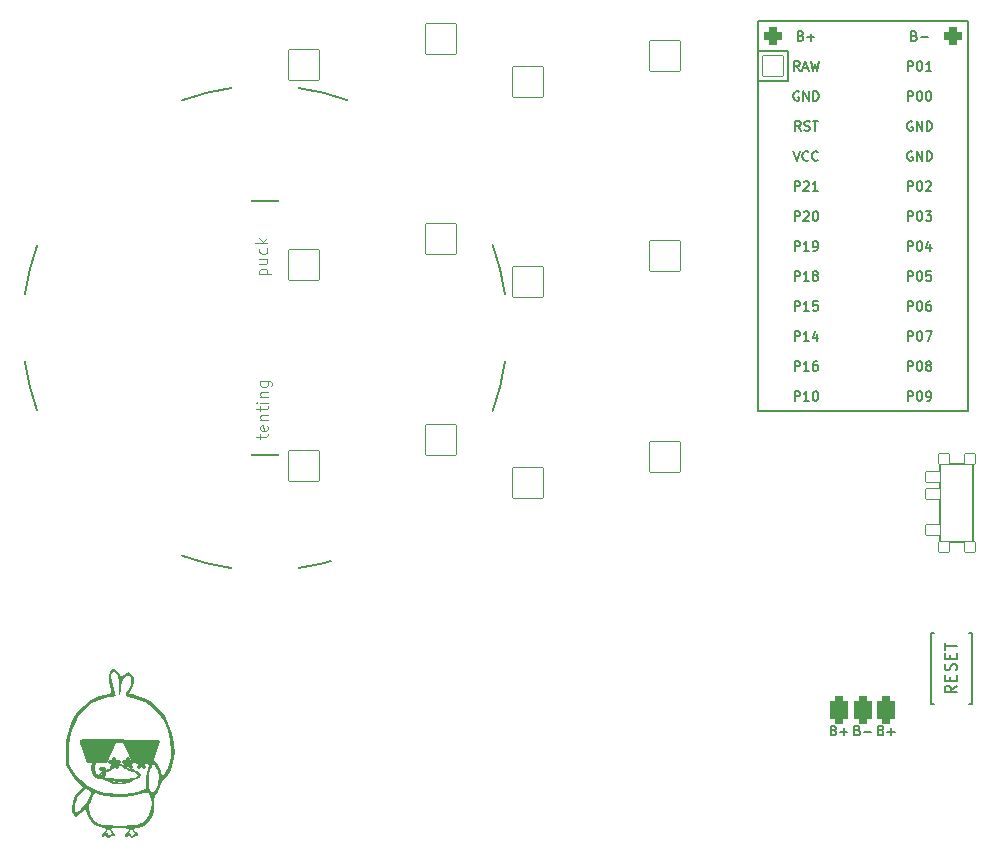
<source format=gto>
%TF.GenerationSoftware,KiCad,Pcbnew,(6.0.4-0)*%
%TF.CreationDate,2022-04-27T13:57:14+02:00*%
%TF.ProjectId,duck,6475636b-2e6b-4696-9361-645f70636258,v1.0.0*%
%TF.SameCoordinates,Original*%
%TF.FileFunction,Legend,Top*%
%TF.FilePolarity,Positive*%
%FSLAX46Y46*%
G04 Gerber Fmt 4.6, Leading zero omitted, Abs format (unit mm)*
G04 Created by KiCad (PCBNEW (6.0.4-0)) date 2022-04-27 13:57:14*
%MOMM*%
%LPD*%
G01*
G04 APERTURE LIST*
G04 Aperture macros list*
%AMRoundRect*
0 Rectangle with rounded corners*
0 $1 Rounding radius*
0 $2 $3 $4 $5 $6 $7 $8 $9 X,Y pos of 4 corners*
0 Add a 4 corners polygon primitive as box body*
4,1,4,$2,$3,$4,$5,$6,$7,$8,$9,$2,$3,0*
0 Add four circle primitives for the rounded corners*
1,1,$1+$1,$2,$3*
1,1,$1+$1,$4,$5*
1,1,$1+$1,$6,$7*
1,1,$1+$1,$8,$9*
0 Add four rect primitives between the rounded corners*
20,1,$1+$1,$2,$3,$4,$5,0*
20,1,$1+$1,$4,$5,$6,$7,0*
20,1,$1+$1,$6,$7,$8,$9,0*
20,1,$1+$1,$8,$9,$2,$3,0*%
G04 Aperture macros list end*
%ADD10C,0.300000*%
%ADD11C,0.150000*%
%ADD12C,0.100000*%
%ADD13C,0.200000*%
%ADD14RoundRect,0.375000X-0.375000X-0.750000X0.375000X-0.750000X0.375000X0.750000X-0.375000X0.750000X0*%
%ADD15C,2.000000*%
%ADD16R,1.752600X1.752600*%
%ADD17C,1.752600*%
%ADD18RoundRect,0.375000X-0.375000X-0.375000X0.375000X-0.375000X0.375000X0.375000X-0.375000X0.375000X0*%
%ADD19RoundRect,0.050000X-0.450000X0.450000X-0.450000X-0.450000X0.450000X-0.450000X0.450000X0.450000X0*%
%ADD20RoundRect,0.050000X-0.625000X0.450000X-0.625000X-0.450000X0.625000X-0.450000X0.625000X0.450000X0*%
%ADD21RoundRect,0.425000X-0.375000X-0.750000X0.375000X-0.750000X0.375000X0.750000X-0.375000X0.750000X0*%
%ADD22C,2.100000*%
%ADD23C,3.100000*%
%ADD24C,1.801800*%
%ADD25C,3.529000*%
%ADD26RoundRect,0.050000X-1.054507X-1.505993X1.505993X-1.054507X1.054507X1.505993X-1.505993X1.054507X0*%
%ADD27C,2.132000*%
%ADD28RoundRect,0.050000X-1.181751X-1.408356X1.408356X-1.181751X1.181751X1.408356X-1.408356X1.181751X0*%
%ADD29RoundRect,0.050000X-1.300000X-1.300000X1.300000X-1.300000X1.300000X1.300000X-1.300000X1.300000X0*%
%ADD30RoundRect,0.050000X-1.775833X-0.475833X0.475833X-1.775833X1.775833X0.475833X-0.475833X1.775833X0*%
%ADD31C,1.100000*%
%ADD32RoundRect,0.050000X-0.863113X-1.623279X1.623279X-0.863113X0.863113X1.623279X-1.623279X0.863113X0*%
%ADD33RoundRect,0.050000X-1.592168X-0.919239X0.919239X-1.592168X1.592168X0.919239X-0.919239X1.592168X0*%
%ADD34RoundRect,0.050000X-0.876300X0.876300X-0.876300X-0.876300X0.876300X-0.876300X0.876300X0.876300X0*%
%ADD35C,1.852600*%
%ADD36RoundRect,0.425000X-0.375000X-0.375000X0.375000X-0.375000X0.375000X0.375000X-0.375000X0.375000X0*%
%ADD37C,4.500000*%
G04 APERTURE END LIST*
D10*
%TO.C,G\u002A\u002A\u002A*%
X90097428Y51562000D02*
X89952285Y51634571D01*
X89734571Y51634571D01*
X89516857Y51562000D01*
X89371714Y51416857D01*
X89299142Y51271714D01*
X89226571Y50981428D01*
X89226571Y50763714D01*
X89299142Y50473428D01*
X89371714Y50328285D01*
X89516857Y50183142D01*
X89734571Y50110571D01*
X89879714Y50110571D01*
X90097428Y50183142D01*
X90170000Y50255714D01*
X90170000Y50763714D01*
X89879714Y50763714D01*
X91040857Y51634571D02*
X91040857Y51271714D01*
X90678000Y51416857D02*
X91040857Y51271714D01*
X91403714Y51416857D01*
X90823142Y50981428D02*
X91040857Y51271714D01*
X91258571Y50981428D01*
X92202000Y51634571D02*
X92202000Y51271714D01*
X91839142Y51416857D02*
X92202000Y51271714D01*
X92564857Y51416857D01*
X91984285Y50981428D02*
X92202000Y51271714D01*
X92419714Y50981428D01*
X93363142Y51634571D02*
X93363142Y51271714D01*
X93000285Y51416857D02*
X93363142Y51271714D01*
X93726000Y51416857D01*
X93145428Y50981428D02*
X93363142Y51271714D01*
X93580857Y50981428D01*
D11*
%TO.C,PAD1*%
X153972991Y54073625D02*
X154087277Y54035530D01*
X154125372Y53997435D01*
X154163467Y53921244D01*
X154163467Y53806959D01*
X154125372Y53730768D01*
X154087277Y53692673D01*
X154011087Y53654578D01*
X153706325Y53654578D01*
X153706325Y54454578D01*
X153972991Y54454578D01*
X154049182Y54416483D01*
X154087277Y54378387D01*
X154125372Y54302197D01*
X154125372Y54226006D01*
X154087277Y54149816D01*
X154049182Y54111721D01*
X153972991Y54073625D01*
X153706325Y54073625D01*
X154506325Y53959340D02*
X155115848Y53959340D01*
X151972991Y54073625D02*
X152087277Y54035530D01*
X152125372Y53997435D01*
X152163467Y53921244D01*
X152163467Y53806959D01*
X152125372Y53730768D01*
X152087277Y53692673D01*
X152011087Y53654578D01*
X151706325Y53654578D01*
X151706325Y54454578D01*
X151972991Y54454578D01*
X152049182Y54416483D01*
X152087277Y54378387D01*
X152125372Y54302197D01*
X152125372Y54226006D01*
X152087277Y54149816D01*
X152049182Y54111721D01*
X151972991Y54073625D01*
X151706325Y54073625D01*
X152506325Y53959340D02*
X153115848Y53959340D01*
X152811087Y53654578D02*
X152811087Y54264102D01*
X155972991Y54073625D02*
X156087277Y54035530D01*
X156125372Y53997435D01*
X156163467Y53921244D01*
X156163467Y53806959D01*
X156125372Y53730768D01*
X156087277Y53692673D01*
X156011087Y53654578D01*
X155706325Y53654578D01*
X155706325Y54454578D01*
X155972991Y54454578D01*
X156049182Y54416483D01*
X156087277Y54378387D01*
X156125372Y54302197D01*
X156125372Y54226006D01*
X156087277Y54149816D01*
X156049182Y54111721D01*
X155972991Y54073625D01*
X155706325Y54073625D01*
X156506325Y53959340D02*
X157115848Y53959340D01*
X156811087Y53654578D02*
X156811087Y54264102D01*
%TO.C,B1*%
X162363467Y57864102D02*
X161887277Y57530768D01*
X162363467Y57292673D02*
X161363467Y57292673D01*
X161363467Y57673625D01*
X161411087Y57768863D01*
X161458706Y57816483D01*
X161553944Y57864102D01*
X161696801Y57864102D01*
X161792039Y57816483D01*
X161839658Y57768863D01*
X161887277Y57673625D01*
X161887277Y57292673D01*
X161839658Y58292673D02*
X161839658Y58626006D01*
X162363467Y58768863D02*
X162363467Y58292673D01*
X161363467Y58292673D01*
X161363467Y58768863D01*
X162315848Y59149816D02*
X162363467Y59292673D01*
X162363467Y59530768D01*
X162315848Y59626006D01*
X162268229Y59673625D01*
X162172991Y59721244D01*
X162077753Y59721244D01*
X161982515Y59673625D01*
X161934896Y59626006D01*
X161887277Y59530768D01*
X161839658Y59340292D01*
X161792039Y59245054D01*
X161744420Y59197435D01*
X161649182Y59149816D01*
X161553944Y59149816D01*
X161458706Y59197435D01*
X161411087Y59245054D01*
X161363467Y59340292D01*
X161363467Y59578387D01*
X161411087Y59721244D01*
X161839658Y60149816D02*
X161839658Y60483149D01*
X162363467Y60626006D02*
X162363467Y60149816D01*
X161363467Y60149816D01*
X161363467Y60626006D01*
X161363467Y60911721D02*
X161363467Y61483149D01*
X162363467Y61197435D02*
X161363467Y61197435D01*
%TO.C,MCU1*%
X158239658Y84524578D02*
X158239658Y85324578D01*
X158544420Y85324578D01*
X158620610Y85286483D01*
X158658706Y85248387D01*
X158696801Y85172197D01*
X158696801Y85057911D01*
X158658706Y84981721D01*
X158620610Y84943625D01*
X158544420Y84905530D01*
X158239658Y84905530D01*
X159192039Y85324578D02*
X159268229Y85324578D01*
X159344420Y85286483D01*
X159382515Y85248387D01*
X159420610Y85172197D01*
X159458706Y85019816D01*
X159458706Y84829340D01*
X159420610Y84676959D01*
X159382515Y84600768D01*
X159344420Y84562673D01*
X159268229Y84524578D01*
X159192039Y84524578D01*
X159115848Y84562673D01*
X159077753Y84600768D01*
X159039658Y84676959D01*
X159001563Y84829340D01*
X159001563Y85019816D01*
X159039658Y85172197D01*
X159077753Y85248387D01*
X159115848Y85286483D01*
X159192039Y85324578D01*
X159915848Y84981721D02*
X159839658Y85019816D01*
X159801563Y85057911D01*
X159763467Y85134102D01*
X159763467Y85172197D01*
X159801563Y85248387D01*
X159839658Y85286483D01*
X159915848Y85324578D01*
X160068229Y85324578D01*
X160144420Y85286483D01*
X160182515Y85248387D01*
X160220610Y85172197D01*
X160220610Y85134102D01*
X160182515Y85057911D01*
X160144420Y85019816D01*
X160068229Y84981721D01*
X159915848Y84981721D01*
X159839658Y84943625D01*
X159801563Y84905530D01*
X159763467Y84829340D01*
X159763467Y84676959D01*
X159801563Y84600768D01*
X159839658Y84562673D01*
X159915848Y84524578D01*
X160068229Y84524578D01*
X160144420Y84562673D01*
X160182515Y84600768D01*
X160220610Y84676959D01*
X160220610Y84829340D01*
X160182515Y84905530D01*
X160144420Y84943625D01*
X160068229Y84981721D01*
X158239658Y109924578D02*
X158239658Y110724578D01*
X158544420Y110724578D01*
X158620610Y110686483D01*
X158658706Y110648387D01*
X158696801Y110572197D01*
X158696801Y110457911D01*
X158658706Y110381721D01*
X158620610Y110343625D01*
X158544420Y110305530D01*
X158239658Y110305530D01*
X159192039Y110724578D02*
X159268229Y110724578D01*
X159344420Y110686483D01*
X159382515Y110648387D01*
X159420610Y110572197D01*
X159458706Y110419816D01*
X159458706Y110229340D01*
X159420610Y110076959D01*
X159382515Y110000768D01*
X159344420Y109962673D01*
X159268229Y109924578D01*
X159192039Y109924578D01*
X159115848Y109962673D01*
X159077753Y110000768D01*
X159039658Y110076959D01*
X159001563Y110229340D01*
X159001563Y110419816D01*
X159039658Y110572197D01*
X159077753Y110648387D01*
X159115848Y110686483D01*
X159192039Y110724578D01*
X160220610Y109924578D02*
X159763467Y109924578D01*
X159992039Y109924578D02*
X159992039Y110724578D01*
X159915848Y110610292D01*
X159839658Y110534102D01*
X159763467Y110496006D01*
X148639658Y99764578D02*
X148639658Y100564578D01*
X148944420Y100564578D01*
X149020610Y100526483D01*
X149058706Y100488387D01*
X149096801Y100412197D01*
X149096801Y100297911D01*
X149058706Y100221721D01*
X149020610Y100183625D01*
X148944420Y100145530D01*
X148639658Y100145530D01*
X149401563Y100488387D02*
X149439658Y100526483D01*
X149515848Y100564578D01*
X149706325Y100564578D01*
X149782515Y100526483D01*
X149820610Y100488387D01*
X149858706Y100412197D01*
X149858706Y100336006D01*
X149820610Y100221721D01*
X149363467Y99764578D01*
X149858706Y99764578D01*
X150620610Y99764578D02*
X150163467Y99764578D01*
X150392039Y99764578D02*
X150392039Y100564578D01*
X150315848Y100450292D01*
X150239658Y100374102D01*
X150163467Y100336006D01*
X148639658Y87064578D02*
X148639658Y87864578D01*
X148944420Y87864578D01*
X149020610Y87826483D01*
X149058706Y87788387D01*
X149096801Y87712197D01*
X149096801Y87597911D01*
X149058706Y87521721D01*
X149020610Y87483625D01*
X148944420Y87445530D01*
X148639658Y87445530D01*
X149858706Y87064578D02*
X149401563Y87064578D01*
X149630134Y87064578D02*
X149630134Y87864578D01*
X149553944Y87750292D01*
X149477753Y87674102D01*
X149401563Y87636006D01*
X150544420Y87597911D02*
X150544420Y87064578D01*
X150353944Y87902673D02*
X150163467Y87331244D01*
X150658706Y87331244D01*
X149172991Y112883625D02*
X149287277Y112845530D01*
X149325372Y112807435D01*
X149363467Y112731244D01*
X149363467Y112616959D01*
X149325372Y112540768D01*
X149287277Y112502673D01*
X149211087Y112464578D01*
X148906325Y112464578D01*
X148906325Y113264578D01*
X149172991Y113264578D01*
X149249182Y113226483D01*
X149287277Y113188387D01*
X149325372Y113112197D01*
X149325372Y113036006D01*
X149287277Y112959816D01*
X149249182Y112921721D01*
X149172991Y112883625D01*
X148906325Y112883625D01*
X149706325Y112769340D02*
X150315848Y112769340D01*
X150011087Y112464578D02*
X150011087Y113074102D01*
X148639658Y97224578D02*
X148639658Y98024578D01*
X148944420Y98024578D01*
X149020610Y97986483D01*
X149058706Y97948387D01*
X149096801Y97872197D01*
X149096801Y97757911D01*
X149058706Y97681721D01*
X149020610Y97643625D01*
X148944420Y97605530D01*
X148639658Y97605530D01*
X149401563Y97948387D02*
X149439658Y97986483D01*
X149515848Y98024578D01*
X149706325Y98024578D01*
X149782515Y97986483D01*
X149820610Y97948387D01*
X149858706Y97872197D01*
X149858706Y97796006D01*
X149820610Y97681721D01*
X149363467Y97224578D01*
X149858706Y97224578D01*
X150353944Y98024578D02*
X150430134Y98024578D01*
X150506325Y97986483D01*
X150544420Y97948387D01*
X150582515Y97872197D01*
X150620610Y97719816D01*
X150620610Y97529340D01*
X150582515Y97376959D01*
X150544420Y97300768D01*
X150506325Y97262673D01*
X150430134Y97224578D01*
X150353944Y97224578D01*
X150277753Y97262673D01*
X150239658Y97300768D01*
X150201563Y97376959D01*
X150163467Y97529340D01*
X150163467Y97719816D01*
X150201563Y97872197D01*
X150239658Y97948387D01*
X150277753Y97986483D01*
X150353944Y98024578D01*
X158239658Y81984578D02*
X158239658Y82784578D01*
X158544420Y82784578D01*
X158620610Y82746483D01*
X158658706Y82708387D01*
X158696801Y82632197D01*
X158696801Y82517911D01*
X158658706Y82441721D01*
X158620610Y82403625D01*
X158544420Y82365530D01*
X158239658Y82365530D01*
X159192039Y82784578D02*
X159268229Y82784578D01*
X159344420Y82746483D01*
X159382515Y82708387D01*
X159420610Y82632197D01*
X159458706Y82479816D01*
X159458706Y82289340D01*
X159420610Y82136959D01*
X159382515Y82060768D01*
X159344420Y82022673D01*
X159268229Y81984578D01*
X159192039Y81984578D01*
X159115848Y82022673D01*
X159077753Y82060768D01*
X159039658Y82136959D01*
X159001563Y82289340D01*
X159001563Y82479816D01*
X159039658Y82632197D01*
X159077753Y82708387D01*
X159115848Y82746483D01*
X159192039Y82784578D01*
X159839658Y81984578D02*
X159992039Y81984578D01*
X160068229Y82022673D01*
X160106325Y82060768D01*
X160182515Y82175054D01*
X160220610Y82327435D01*
X160220610Y82632197D01*
X160182515Y82708387D01*
X160144420Y82746483D01*
X160068229Y82784578D01*
X159915848Y82784578D01*
X159839658Y82746483D01*
X159801563Y82708387D01*
X159763467Y82632197D01*
X159763467Y82441721D01*
X159801563Y82365530D01*
X159839658Y82327435D01*
X159915848Y82289340D01*
X160068229Y82289340D01*
X160144420Y82327435D01*
X160182515Y82365530D01*
X160220610Y82441721D01*
X148639658Y84524578D02*
X148639658Y85324578D01*
X148944420Y85324578D01*
X149020610Y85286483D01*
X149058706Y85248387D01*
X149096801Y85172197D01*
X149096801Y85057911D01*
X149058706Y84981721D01*
X149020610Y84943625D01*
X148944420Y84905530D01*
X148639658Y84905530D01*
X149858706Y84524578D02*
X149401563Y84524578D01*
X149630134Y84524578D02*
X149630134Y85324578D01*
X149553944Y85210292D01*
X149477753Y85134102D01*
X149401563Y85096006D01*
X150544420Y85324578D02*
X150392039Y85324578D01*
X150315848Y85286483D01*
X150277753Y85248387D01*
X150201563Y85134102D01*
X150163467Y84981721D01*
X150163467Y84676959D01*
X150201563Y84600768D01*
X150239658Y84562673D01*
X150315848Y84524578D01*
X150468229Y84524578D01*
X150544420Y84562673D01*
X150582515Y84600768D01*
X150620610Y84676959D01*
X150620610Y84867435D01*
X150582515Y84943625D01*
X150544420Y84981721D01*
X150468229Y85019816D01*
X150315848Y85019816D01*
X150239658Y84981721D01*
X150201563Y84943625D01*
X150163467Y84867435D01*
X149172991Y104844578D02*
X148906325Y105225530D01*
X148715848Y104844578D02*
X148715848Y105644578D01*
X149020610Y105644578D01*
X149096801Y105606483D01*
X149134896Y105568387D01*
X149172991Y105492197D01*
X149172991Y105377911D01*
X149134896Y105301721D01*
X149096801Y105263625D01*
X149020610Y105225530D01*
X148715848Y105225530D01*
X149477753Y104882673D02*
X149592039Y104844578D01*
X149782515Y104844578D01*
X149858706Y104882673D01*
X149896801Y104920768D01*
X149934896Y104996959D01*
X149934896Y105073149D01*
X149896801Y105149340D01*
X149858706Y105187435D01*
X149782515Y105225530D01*
X149630134Y105263625D01*
X149553944Y105301721D01*
X149515848Y105339816D01*
X149477753Y105416006D01*
X149477753Y105492197D01*
X149515848Y105568387D01*
X149553944Y105606483D01*
X149630134Y105644578D01*
X149820610Y105644578D01*
X149934896Y105606483D01*
X150163467Y105644578D02*
X150620610Y105644578D01*
X150392039Y104844578D02*
X150392039Y105644578D01*
X158239658Y99764578D02*
X158239658Y100564578D01*
X158544420Y100564578D01*
X158620610Y100526483D01*
X158658706Y100488387D01*
X158696801Y100412197D01*
X158696801Y100297911D01*
X158658706Y100221721D01*
X158620610Y100183625D01*
X158544420Y100145530D01*
X158239658Y100145530D01*
X159192039Y100564578D02*
X159268229Y100564578D01*
X159344420Y100526483D01*
X159382515Y100488387D01*
X159420610Y100412197D01*
X159458706Y100259816D01*
X159458706Y100069340D01*
X159420610Y99916959D01*
X159382515Y99840768D01*
X159344420Y99802673D01*
X159268229Y99764578D01*
X159192039Y99764578D01*
X159115848Y99802673D01*
X159077753Y99840768D01*
X159039658Y99916959D01*
X159001563Y100069340D01*
X159001563Y100259816D01*
X159039658Y100412197D01*
X159077753Y100488387D01*
X159115848Y100526483D01*
X159192039Y100564578D01*
X159763467Y100488387D02*
X159801563Y100526483D01*
X159877753Y100564578D01*
X160068229Y100564578D01*
X160144420Y100526483D01*
X160182515Y100488387D01*
X160220610Y100412197D01*
X160220610Y100336006D01*
X160182515Y100221721D01*
X159725372Y99764578D01*
X160220610Y99764578D01*
X148639658Y92144578D02*
X148639658Y92944578D01*
X148944420Y92944578D01*
X149020610Y92906483D01*
X149058706Y92868387D01*
X149096801Y92792197D01*
X149096801Y92677911D01*
X149058706Y92601721D01*
X149020610Y92563625D01*
X148944420Y92525530D01*
X148639658Y92525530D01*
X149858706Y92144578D02*
X149401563Y92144578D01*
X149630134Y92144578D02*
X149630134Y92944578D01*
X149553944Y92830292D01*
X149477753Y92754102D01*
X149401563Y92716006D01*
X150315848Y92601721D02*
X150239658Y92639816D01*
X150201563Y92677911D01*
X150163467Y92754102D01*
X150163467Y92792197D01*
X150201563Y92868387D01*
X150239658Y92906483D01*
X150315848Y92944578D01*
X150468229Y92944578D01*
X150544420Y92906483D01*
X150582515Y92868387D01*
X150620610Y92792197D01*
X150620610Y92754102D01*
X150582515Y92677911D01*
X150544420Y92639816D01*
X150468229Y92601721D01*
X150315848Y92601721D01*
X150239658Y92563625D01*
X150201563Y92525530D01*
X150163467Y92449340D01*
X150163467Y92296959D01*
X150201563Y92220768D01*
X150239658Y92182673D01*
X150315848Y92144578D01*
X150468229Y92144578D01*
X150544420Y92182673D01*
X150582515Y92220768D01*
X150620610Y92296959D01*
X150620610Y92449340D01*
X150582515Y92525530D01*
X150544420Y92563625D01*
X150468229Y92601721D01*
X148639658Y81984578D02*
X148639658Y82784578D01*
X148944420Y82784578D01*
X149020610Y82746483D01*
X149058706Y82708387D01*
X149096801Y82632197D01*
X149096801Y82517911D01*
X149058706Y82441721D01*
X149020610Y82403625D01*
X148944420Y82365530D01*
X148639658Y82365530D01*
X149858706Y81984578D02*
X149401563Y81984578D01*
X149630134Y81984578D02*
X149630134Y82784578D01*
X149553944Y82670292D01*
X149477753Y82594102D01*
X149401563Y82556006D01*
X150353944Y82784578D02*
X150430134Y82784578D01*
X150506325Y82746483D01*
X150544420Y82708387D01*
X150582515Y82632197D01*
X150620610Y82479816D01*
X150620610Y82289340D01*
X150582515Y82136959D01*
X150544420Y82060768D01*
X150506325Y82022673D01*
X150430134Y81984578D01*
X150353944Y81984578D01*
X150277753Y82022673D01*
X150239658Y82060768D01*
X150201563Y82136959D01*
X150163467Y82289340D01*
X150163467Y82479816D01*
X150201563Y82632197D01*
X150239658Y82708387D01*
X150277753Y82746483D01*
X150353944Y82784578D01*
X158601563Y103066483D02*
X158525372Y103104578D01*
X158411087Y103104578D01*
X158296801Y103066483D01*
X158220610Y102990292D01*
X158182515Y102914102D01*
X158144420Y102761721D01*
X158144420Y102647435D01*
X158182515Y102495054D01*
X158220610Y102418863D01*
X158296801Y102342673D01*
X158411087Y102304578D01*
X158487277Y102304578D01*
X158601563Y102342673D01*
X158639658Y102380768D01*
X158639658Y102647435D01*
X158487277Y102647435D01*
X158982515Y102304578D02*
X158982515Y103104578D01*
X159439658Y102304578D01*
X159439658Y103104578D01*
X159820610Y102304578D02*
X159820610Y103104578D01*
X160011087Y103104578D01*
X160125372Y103066483D01*
X160201563Y102990292D01*
X160239658Y102914102D01*
X160277753Y102761721D01*
X160277753Y102647435D01*
X160239658Y102495054D01*
X160201563Y102418863D01*
X160125372Y102342673D01*
X160011087Y102304578D01*
X159820610Y102304578D01*
X158239658Y107384578D02*
X158239658Y108184578D01*
X158544420Y108184578D01*
X158620610Y108146483D01*
X158658706Y108108387D01*
X158696801Y108032197D01*
X158696801Y107917911D01*
X158658706Y107841721D01*
X158620610Y107803625D01*
X158544420Y107765530D01*
X158239658Y107765530D01*
X159192039Y108184578D02*
X159268229Y108184578D01*
X159344420Y108146483D01*
X159382515Y108108387D01*
X159420610Y108032197D01*
X159458706Y107879816D01*
X159458706Y107689340D01*
X159420610Y107536959D01*
X159382515Y107460768D01*
X159344420Y107422673D01*
X159268229Y107384578D01*
X159192039Y107384578D01*
X159115848Y107422673D01*
X159077753Y107460768D01*
X159039658Y107536959D01*
X159001563Y107689340D01*
X159001563Y107879816D01*
X159039658Y108032197D01*
X159077753Y108108387D01*
X159115848Y108146483D01*
X159192039Y108184578D01*
X159953944Y108184578D02*
X160030134Y108184578D01*
X160106325Y108146483D01*
X160144420Y108108387D01*
X160182515Y108032197D01*
X160220610Y107879816D01*
X160220610Y107689340D01*
X160182515Y107536959D01*
X160144420Y107460768D01*
X160106325Y107422673D01*
X160030134Y107384578D01*
X159953944Y107384578D01*
X159877753Y107422673D01*
X159839658Y107460768D01*
X159801563Y107536959D01*
X159763467Y107689340D01*
X159763467Y107879816D01*
X159801563Y108032197D01*
X159839658Y108108387D01*
X159877753Y108146483D01*
X159953944Y108184578D01*
X149058706Y109924578D02*
X148792039Y110305530D01*
X148601563Y109924578D02*
X148601563Y110724578D01*
X148906325Y110724578D01*
X148982515Y110686483D01*
X149020610Y110648387D01*
X149058706Y110572197D01*
X149058706Y110457911D01*
X149020610Y110381721D01*
X148982515Y110343625D01*
X148906325Y110305530D01*
X148601563Y110305530D01*
X149363467Y110153149D02*
X149744420Y110153149D01*
X149287277Y109924578D02*
X149553944Y110724578D01*
X149820610Y109924578D01*
X150011087Y110724578D02*
X150201563Y109924578D01*
X150353944Y110496006D01*
X150506325Y109924578D01*
X150696801Y110724578D01*
X158239658Y97224578D02*
X158239658Y98024578D01*
X158544420Y98024578D01*
X158620610Y97986483D01*
X158658706Y97948387D01*
X158696801Y97872197D01*
X158696801Y97757911D01*
X158658706Y97681721D01*
X158620610Y97643625D01*
X158544420Y97605530D01*
X158239658Y97605530D01*
X159192039Y98024578D02*
X159268229Y98024578D01*
X159344420Y97986483D01*
X159382515Y97948387D01*
X159420610Y97872197D01*
X159458706Y97719816D01*
X159458706Y97529340D01*
X159420610Y97376959D01*
X159382515Y97300768D01*
X159344420Y97262673D01*
X159268229Y97224578D01*
X159192039Y97224578D01*
X159115848Y97262673D01*
X159077753Y97300768D01*
X159039658Y97376959D01*
X159001563Y97529340D01*
X159001563Y97719816D01*
X159039658Y97872197D01*
X159077753Y97948387D01*
X159115848Y97986483D01*
X159192039Y98024578D01*
X159725372Y98024578D02*
X160220610Y98024578D01*
X159953944Y97719816D01*
X160068229Y97719816D01*
X160144420Y97681721D01*
X160182515Y97643625D01*
X160220610Y97567435D01*
X160220610Y97376959D01*
X160182515Y97300768D01*
X160144420Y97262673D01*
X160068229Y97224578D01*
X159839658Y97224578D01*
X159763467Y97262673D01*
X159725372Y97300768D01*
X158601563Y105606483D02*
X158525372Y105644578D01*
X158411087Y105644578D01*
X158296801Y105606483D01*
X158220610Y105530292D01*
X158182515Y105454102D01*
X158144420Y105301721D01*
X158144420Y105187435D01*
X158182515Y105035054D01*
X158220610Y104958863D01*
X158296801Y104882673D01*
X158411087Y104844578D01*
X158487277Y104844578D01*
X158601563Y104882673D01*
X158639658Y104920768D01*
X158639658Y105187435D01*
X158487277Y105187435D01*
X158982515Y104844578D02*
X158982515Y105644578D01*
X159439658Y104844578D01*
X159439658Y105644578D01*
X159820610Y104844578D02*
X159820610Y105644578D01*
X160011087Y105644578D01*
X160125372Y105606483D01*
X160201563Y105530292D01*
X160239658Y105454102D01*
X160277753Y105301721D01*
X160277753Y105187435D01*
X160239658Y105035054D01*
X160201563Y104958863D01*
X160125372Y104882673D01*
X160011087Y104844578D01*
X159820610Y104844578D01*
X158239658Y87064578D02*
X158239658Y87864578D01*
X158544420Y87864578D01*
X158620610Y87826483D01*
X158658706Y87788387D01*
X158696801Y87712197D01*
X158696801Y87597911D01*
X158658706Y87521721D01*
X158620610Y87483625D01*
X158544420Y87445530D01*
X158239658Y87445530D01*
X159192039Y87864578D02*
X159268229Y87864578D01*
X159344420Y87826483D01*
X159382515Y87788387D01*
X159420610Y87712197D01*
X159458706Y87559816D01*
X159458706Y87369340D01*
X159420610Y87216959D01*
X159382515Y87140768D01*
X159344420Y87102673D01*
X159268229Y87064578D01*
X159192039Y87064578D01*
X159115848Y87102673D01*
X159077753Y87140768D01*
X159039658Y87216959D01*
X159001563Y87369340D01*
X159001563Y87559816D01*
X159039658Y87712197D01*
X159077753Y87788387D01*
X159115848Y87826483D01*
X159192039Y87864578D01*
X159725372Y87864578D02*
X160258706Y87864578D01*
X159915848Y87064578D01*
X148639658Y94684578D02*
X148639658Y95484578D01*
X148944420Y95484578D01*
X149020610Y95446483D01*
X149058706Y95408387D01*
X149096801Y95332197D01*
X149096801Y95217911D01*
X149058706Y95141721D01*
X149020610Y95103625D01*
X148944420Y95065530D01*
X148639658Y95065530D01*
X149858706Y94684578D02*
X149401563Y94684578D01*
X149630134Y94684578D02*
X149630134Y95484578D01*
X149553944Y95370292D01*
X149477753Y95294102D01*
X149401563Y95256006D01*
X150239658Y94684578D02*
X150392039Y94684578D01*
X150468229Y94722673D01*
X150506325Y94760768D01*
X150582515Y94875054D01*
X150620610Y95027435D01*
X150620610Y95332197D01*
X150582515Y95408387D01*
X150544420Y95446483D01*
X150468229Y95484578D01*
X150315848Y95484578D01*
X150239658Y95446483D01*
X150201563Y95408387D01*
X150163467Y95332197D01*
X150163467Y95141721D01*
X150201563Y95065530D01*
X150239658Y95027435D01*
X150315848Y94989340D01*
X150468229Y94989340D01*
X150544420Y95027435D01*
X150582515Y95065530D01*
X150620610Y95141721D01*
X158239658Y94684578D02*
X158239658Y95484578D01*
X158544420Y95484578D01*
X158620610Y95446483D01*
X158658706Y95408387D01*
X158696801Y95332197D01*
X158696801Y95217911D01*
X158658706Y95141721D01*
X158620610Y95103625D01*
X158544420Y95065530D01*
X158239658Y95065530D01*
X159192039Y95484578D02*
X159268229Y95484578D01*
X159344420Y95446483D01*
X159382515Y95408387D01*
X159420610Y95332197D01*
X159458706Y95179816D01*
X159458706Y94989340D01*
X159420610Y94836959D01*
X159382515Y94760768D01*
X159344420Y94722673D01*
X159268229Y94684578D01*
X159192039Y94684578D01*
X159115848Y94722673D01*
X159077753Y94760768D01*
X159039658Y94836959D01*
X159001563Y94989340D01*
X159001563Y95179816D01*
X159039658Y95332197D01*
X159077753Y95408387D01*
X159115848Y95446483D01*
X159192039Y95484578D01*
X160144420Y95217911D02*
X160144420Y94684578D01*
X159953944Y95522673D02*
X159763467Y94951244D01*
X160258706Y94951244D01*
X158239658Y92144578D02*
X158239658Y92944578D01*
X158544420Y92944578D01*
X158620610Y92906483D01*
X158658706Y92868387D01*
X158696801Y92792197D01*
X158696801Y92677911D01*
X158658706Y92601721D01*
X158620610Y92563625D01*
X158544420Y92525530D01*
X158239658Y92525530D01*
X159192039Y92944578D02*
X159268229Y92944578D01*
X159344420Y92906483D01*
X159382515Y92868387D01*
X159420610Y92792197D01*
X159458706Y92639816D01*
X159458706Y92449340D01*
X159420610Y92296959D01*
X159382515Y92220768D01*
X159344420Y92182673D01*
X159268229Y92144578D01*
X159192039Y92144578D01*
X159115848Y92182673D01*
X159077753Y92220768D01*
X159039658Y92296959D01*
X159001563Y92449340D01*
X159001563Y92639816D01*
X159039658Y92792197D01*
X159077753Y92868387D01*
X159115848Y92906483D01*
X159192039Y92944578D01*
X160182515Y92944578D02*
X159801563Y92944578D01*
X159763467Y92563625D01*
X159801563Y92601721D01*
X159877753Y92639816D01*
X160068229Y92639816D01*
X160144420Y92601721D01*
X160182515Y92563625D01*
X160220610Y92487435D01*
X160220610Y92296959D01*
X160182515Y92220768D01*
X160144420Y92182673D01*
X160068229Y92144578D01*
X159877753Y92144578D01*
X159801563Y92182673D01*
X159763467Y92220768D01*
X149001563Y108146483D02*
X148925372Y108184578D01*
X148811087Y108184578D01*
X148696801Y108146483D01*
X148620610Y108070292D01*
X148582515Y107994102D01*
X148544420Y107841721D01*
X148544420Y107727435D01*
X148582515Y107575054D01*
X148620610Y107498863D01*
X148696801Y107422673D01*
X148811087Y107384578D01*
X148887277Y107384578D01*
X149001563Y107422673D01*
X149039658Y107460768D01*
X149039658Y107727435D01*
X148887277Y107727435D01*
X149382515Y107384578D02*
X149382515Y108184578D01*
X149839658Y107384578D01*
X149839658Y108184578D01*
X150220610Y107384578D02*
X150220610Y108184578D01*
X150411087Y108184578D01*
X150525372Y108146483D01*
X150601563Y108070292D01*
X150639658Y107994102D01*
X150677753Y107841721D01*
X150677753Y107727435D01*
X150639658Y107575054D01*
X150601563Y107498863D01*
X150525372Y107422673D01*
X150411087Y107384578D01*
X150220610Y107384578D01*
X158772991Y112883625D02*
X158887277Y112845530D01*
X158925372Y112807435D01*
X158963467Y112731244D01*
X158963467Y112616959D01*
X158925372Y112540768D01*
X158887277Y112502673D01*
X158811087Y112464578D01*
X158506325Y112464578D01*
X158506325Y113264578D01*
X158772991Y113264578D01*
X158849182Y113226483D01*
X158887277Y113188387D01*
X158925372Y113112197D01*
X158925372Y113036006D01*
X158887277Y112959816D01*
X158849182Y112921721D01*
X158772991Y112883625D01*
X158506325Y112883625D01*
X159306325Y112769340D02*
X159915848Y112769340D01*
X148639658Y89604578D02*
X148639658Y90404578D01*
X148944420Y90404578D01*
X149020610Y90366483D01*
X149058706Y90328387D01*
X149096801Y90252197D01*
X149096801Y90137911D01*
X149058706Y90061721D01*
X149020610Y90023625D01*
X148944420Y89985530D01*
X148639658Y89985530D01*
X149858706Y89604578D02*
X149401563Y89604578D01*
X149630134Y89604578D02*
X149630134Y90404578D01*
X149553944Y90290292D01*
X149477753Y90214102D01*
X149401563Y90176006D01*
X150582515Y90404578D02*
X150201563Y90404578D01*
X150163467Y90023625D01*
X150201563Y90061721D01*
X150277753Y90099816D01*
X150468229Y90099816D01*
X150544420Y90061721D01*
X150582515Y90023625D01*
X150620610Y89947435D01*
X150620610Y89756959D01*
X150582515Y89680768D01*
X150544420Y89642673D01*
X150468229Y89604578D01*
X150277753Y89604578D01*
X150201563Y89642673D01*
X150163467Y89680768D01*
X158239658Y89604578D02*
X158239658Y90404578D01*
X158544420Y90404578D01*
X158620610Y90366483D01*
X158658706Y90328387D01*
X158696801Y90252197D01*
X158696801Y90137911D01*
X158658706Y90061721D01*
X158620610Y90023625D01*
X158544420Y89985530D01*
X158239658Y89985530D01*
X159192039Y90404578D02*
X159268229Y90404578D01*
X159344420Y90366483D01*
X159382515Y90328387D01*
X159420610Y90252197D01*
X159458706Y90099816D01*
X159458706Y89909340D01*
X159420610Y89756959D01*
X159382515Y89680768D01*
X159344420Y89642673D01*
X159268229Y89604578D01*
X159192039Y89604578D01*
X159115848Y89642673D01*
X159077753Y89680768D01*
X159039658Y89756959D01*
X159001563Y89909340D01*
X159001563Y90099816D01*
X159039658Y90252197D01*
X159077753Y90328387D01*
X159115848Y90366483D01*
X159192039Y90404578D01*
X160144420Y90404578D02*
X159992039Y90404578D01*
X159915848Y90366483D01*
X159877753Y90328387D01*
X159801563Y90214102D01*
X159763467Y90061721D01*
X159763467Y89756959D01*
X159801563Y89680768D01*
X159839658Y89642673D01*
X159915848Y89604578D01*
X160068229Y89604578D01*
X160144420Y89642673D01*
X160182515Y89680768D01*
X160220610Y89756959D01*
X160220610Y89947435D01*
X160182515Y90023625D01*
X160144420Y90061721D01*
X160068229Y90099816D01*
X159915848Y90099816D01*
X159839658Y90061721D01*
X159801563Y90023625D01*
X159763467Y89947435D01*
X148544420Y103104578D02*
X148811087Y102304578D01*
X149077753Y103104578D01*
X149801563Y102380768D02*
X149763467Y102342673D01*
X149649182Y102304578D01*
X149572991Y102304578D01*
X149458706Y102342673D01*
X149382515Y102418863D01*
X149344420Y102495054D01*
X149306325Y102647435D01*
X149306325Y102761721D01*
X149344420Y102914102D01*
X149382515Y102990292D01*
X149458706Y103066483D01*
X149572991Y103104578D01*
X149649182Y103104578D01*
X149763467Y103066483D01*
X149801563Y103028387D01*
X150601563Y102380768D02*
X150563467Y102342673D01*
X150449182Y102304578D01*
X150372991Y102304578D01*
X150258706Y102342673D01*
X150182515Y102418863D01*
X150144420Y102495054D01*
X150106325Y102647435D01*
X150106325Y102761721D01*
X150144420Y102914102D01*
X150182515Y102990292D01*
X150258706Y103066483D01*
X150372991Y103104578D01*
X150449182Y103104578D01*
X150563467Y103066483D01*
X150601563Y103028387D01*
D12*
%TO.C,REF\u002A\u002A*%
X103392434Y78783427D02*
X103392434Y79164379D01*
X103059100Y78926284D02*
X103916243Y78926284D01*
X104011481Y78973903D01*
X104059100Y79069141D01*
X104059100Y79164379D01*
X104011481Y79878665D02*
X104059100Y79783427D01*
X104059100Y79592950D01*
X104011481Y79497712D01*
X103916243Y79450093D01*
X103535291Y79450093D01*
X103440053Y79497712D01*
X103392434Y79592950D01*
X103392434Y79783427D01*
X103440053Y79878665D01*
X103535291Y79926284D01*
X103630529Y79926284D01*
X103725767Y79450093D01*
X103392434Y80354855D02*
X104059100Y80354855D01*
X103487672Y80354855D02*
X103440053Y80402474D01*
X103392434Y80497712D01*
X103392434Y80640569D01*
X103440053Y80735807D01*
X103535291Y80783427D01*
X104059100Y80783427D01*
X103392434Y81116760D02*
X103392434Y81497712D01*
X103059100Y81259617D02*
X103916243Y81259617D01*
X104011481Y81307236D01*
X104059100Y81402474D01*
X104059100Y81497712D01*
X104059100Y81831046D02*
X103392434Y81831046D01*
X103059100Y81831046D02*
X103106720Y81783427D01*
X103154339Y81831046D01*
X103106720Y81878665D01*
X103059100Y81831046D01*
X103154339Y81831046D01*
X103392434Y82307236D02*
X104059100Y82307236D01*
X103487672Y82307236D02*
X103440053Y82354855D01*
X103392434Y82450093D01*
X103392434Y82592950D01*
X103440053Y82688188D01*
X103535291Y82735807D01*
X104059100Y82735807D01*
X103392434Y83640569D02*
X104201958Y83640569D01*
X104297196Y83592950D01*
X104344815Y83545331D01*
X104392434Y83450093D01*
X104392434Y83307236D01*
X104344815Y83211998D01*
X104011481Y83640569D02*
X104059100Y83545331D01*
X104059100Y83354855D01*
X104011481Y83259617D01*
X103963862Y83211998D01*
X103868624Y83164379D01*
X103582910Y83164379D01*
X103487672Y83211998D01*
X103440053Y83259617D01*
X103392434Y83354855D01*
X103392434Y83545331D01*
X103440053Y83640569D01*
X103328934Y92673927D02*
X104328934Y92673927D01*
X103376553Y92673927D02*
X103328934Y92769165D01*
X103328934Y92959641D01*
X103376553Y93054879D01*
X103424172Y93102498D01*
X103519410Y93150117D01*
X103805124Y93150117D01*
X103900362Y93102498D01*
X103947981Y93054879D01*
X103995600Y92959641D01*
X103995600Y92769165D01*
X103947981Y92673927D01*
X103328934Y94007260D02*
X103995600Y94007260D01*
X103328934Y93578688D02*
X103852743Y93578688D01*
X103947981Y93626307D01*
X103995600Y93721546D01*
X103995600Y93864403D01*
X103947981Y93959641D01*
X103900362Y94007260D01*
X103947981Y94912022D02*
X103995600Y94816784D01*
X103995600Y94626307D01*
X103947981Y94531069D01*
X103900362Y94483450D01*
X103805124Y94435831D01*
X103519410Y94435831D01*
X103424172Y94483450D01*
X103376553Y94531069D01*
X103328934Y94626307D01*
X103328934Y94816784D01*
X103376553Y94912022D01*
X103995600Y95340593D02*
X102995600Y95340593D01*
X103614648Y95435831D02*
X103995600Y95721546D01*
X103328934Y95721546D02*
X103709886Y95340593D01*
%TO.C,G\u002A\u002A\u002A*%
G36*
X92117333Y45443312D02*
G01*
X92263540Y45592668D01*
X92286937Y45696462D01*
X92176013Y45761712D01*
X91919257Y45795436D01*
X91524667Y45804667D01*
X91189108Y45797310D01*
X90928943Y45777605D01*
X90781942Y45749097D01*
X90762667Y45733122D01*
X90819279Y45628613D01*
X90932000Y45508333D01*
X91067387Y45341165D01*
X91097233Y45206006D01*
X91020939Y45142079D01*
X90937468Y45150436D01*
X90780860Y45135602D01*
X90728458Y45075644D01*
X90626956Y44966823D01*
X90506213Y45001950D01*
X90455213Y45083450D01*
X90375086Y45163962D01*
X90251769Y45125783D01*
X90082939Y45052079D01*
X90012899Y45088285D01*
X90000667Y45211283D01*
X90041973Y45320075D01*
X90203036Y45320075D01*
X90297585Y45325425D01*
X90369279Y45371053D01*
X90469419Y45414172D01*
X90537204Y45313841D01*
X90549633Y45277285D01*
X90600603Y45154979D01*
X90637643Y45187625D01*
X90649945Y45228474D01*
X90744511Y45332391D01*
X90831471Y45326426D01*
X90903225Y45319653D01*
X90841630Y45394588D01*
X90794030Y45436952D01*
X90642885Y45597619D01*
X90567881Y45720000D01*
X90529843Y45792713D01*
X90515351Y45701812D01*
X90441743Y45550734D01*
X90332082Y45462119D01*
X90214426Y45373346D01*
X90203036Y45320075D01*
X90041973Y45320075D01*
X90067258Y45386672D01*
X90170000Y45485649D01*
X90314231Y45611711D01*
X90302263Y45718440D01*
X90129377Y45812245D01*
X89879139Y45880708D01*
X89425786Y46064981D01*
X89053769Y46382822D01*
X88790341Y46807333D01*
X88712954Y47031686D01*
X88611684Y47410324D01*
X88396009Y47273234D01*
X88181927Y47106204D01*
X87990153Y46914905D01*
X87799972Y46693667D01*
X87620558Y46905333D01*
X87489987Y47180241D01*
X87468718Y47442068D01*
X87715449Y47442068D01*
X87723017Y47216558D01*
X87760010Y47087971D01*
X87784186Y47074667D01*
X87876619Y47129176D01*
X88050418Y47271693D01*
X88223380Y47430221D01*
X88913529Y47430221D01*
X88995471Y47050475D01*
X89096746Y46813915D01*
X89274306Y46542178D01*
X89498130Y46333383D01*
X89789181Y46181432D01*
X90168419Y46080229D01*
X90656806Y46023676D01*
X91275303Y46005675D01*
X91846465Y46014059D01*
X92329045Y46030884D01*
X92680605Y46054516D01*
X92939454Y46090693D01*
X93143903Y46145150D01*
X93332260Y46223624D01*
X93370465Y46242256D01*
X93744166Y46517674D01*
X94016741Y46906486D01*
X94176145Y47378080D01*
X94210334Y47901843D01*
X94160774Y48251036D01*
X94075753Y48558916D01*
X93967551Y48736468D01*
X93801290Y48800246D01*
X93542091Y48766803D01*
X93250429Y48683080D01*
X92573775Y48528041D01*
X91817327Y48450520D01*
X91053416Y48453659D01*
X90354372Y48540603D01*
X90289216Y48554382D01*
X89955320Y48633483D01*
X89673665Y48709770D01*
X89495404Y48769158D01*
X89475053Y48778602D01*
X89373070Y48800658D01*
X89301327Y48712155D01*
X89243952Y48533628D01*
X89153901Y48276554D01*
X89046361Y48066821D01*
X89031424Y48045717D01*
X88924564Y47779890D01*
X88913529Y47430221D01*
X88223380Y47430221D01*
X88255671Y47459817D01*
X88486397Y47719169D01*
X88711054Y48035634D01*
X88901510Y48361811D01*
X89029632Y48650301D01*
X89068506Y48829326D01*
X89000946Y48935990D01*
X88835955Y49053534D01*
X88823387Y49060169D01*
X88675026Y49127257D01*
X88565215Y49124283D01*
X88442265Y49031678D01*
X88274978Y48852562D01*
X88069103Y48591777D01*
X87896154Y48317075D01*
X87843591Y48209213D01*
X87778306Y47987490D01*
X87734736Y47715410D01*
X87715449Y47442068D01*
X87468718Y47442068D01*
X87460447Y47543879D01*
X87522615Y47956541D01*
X87667167Y48378525D01*
X87884781Y48770123D01*
X88125115Y49054092D01*
X88381739Y49297850D01*
X87923244Y49716888D01*
X87446688Y50261863D01*
X87187541Y50699309D01*
X87067386Y50952507D01*
X86988325Y51160285D01*
X86941997Y51369785D01*
X86920039Y51628150D01*
X86914086Y51982525D01*
X86914616Y52237846D01*
X86917740Y52281667D01*
X87173941Y52281667D01*
X87177645Y51868489D01*
X87199067Y51568424D01*
X87247929Y51325438D01*
X87333950Y51083499D01*
X87413089Y50903122D01*
X87756549Y50342255D01*
X88241273Y49832535D01*
X88842364Y49392478D01*
X89534928Y49040600D01*
X90224057Y48812532D01*
X90703031Y48735128D01*
X91283559Y48707253D01*
X91906033Y48726463D01*
X92510848Y48790313D01*
X93038397Y48896360D01*
X93163484Y48933069D01*
X93743968Y49119020D01*
X93690540Y49557344D01*
X93699710Y50020552D01*
X93946126Y50020552D01*
X93947955Y49618011D01*
X93995413Y49257259D01*
X94088020Y48997211D01*
X94095379Y48985520D01*
X94248388Y48752000D01*
X94446529Y48938144D01*
X94586375Y49134049D01*
X94707202Y49410235D01*
X94742109Y49530457D01*
X94796966Y50086417D01*
X94704506Y50629602D01*
X94527926Y51023603D01*
X94404492Y51214714D01*
X94333452Y51273984D01*
X94286892Y51218654D01*
X94273091Y51181000D01*
X94199688Y50990303D01*
X94095487Y50746852D01*
X94081277Y50715333D01*
X93990407Y50405965D01*
X93946126Y50020552D01*
X93699710Y50020552D01*
X93702341Y50153477D01*
X93770827Y50461333D01*
X93882641Y50842247D01*
X93942490Y51087705D01*
X93932205Y51228177D01*
X93833619Y51294134D01*
X93628565Y51316045D01*
X93298875Y51324380D01*
X93255431Y51325736D01*
X92512433Y51350333D01*
X92165607Y52197000D01*
X91818780Y53043667D01*
X91158236Y53043667D01*
X90464488Y51350333D01*
X89612432Y51326369D01*
X88760375Y51302404D01*
X88405734Y52242808D01*
X88271724Y52617411D01*
X88170804Y52937387D01*
X88112950Y53168229D01*
X88107517Y53274508D01*
X88185857Y53298938D01*
X88391214Y53316614D01*
X88730688Y53327606D01*
X89211380Y53331980D01*
X89840392Y53329805D01*
X90624823Y53321149D01*
X91512865Y53307118D01*
X92248855Y53293386D01*
X92930622Y53279060D01*
X93539898Y53264643D01*
X94058411Y53250639D01*
X94467891Y53237554D01*
X94750069Y53225891D01*
X94886673Y53216156D01*
X94896531Y53213691D01*
X94884877Y53124433D01*
X94825520Y52911971D01*
X94729063Y52612082D01*
X94652253Y52389373D01*
X94373234Y51599797D01*
X94597976Y51375054D01*
X94759757Y51145386D01*
X94907376Y50817483D01*
X94965421Y50637039D01*
X95108123Y50123765D01*
X95320642Y50436515D01*
X95583258Y50893902D01*
X95747744Y51369611D01*
X95828402Y51916053D01*
X95842667Y52349453D01*
X95773481Y53257713D01*
X95572080Y54094405D01*
X95247700Y54846916D01*
X94809577Y55502637D01*
X94266947Y56048956D01*
X93629044Y56473262D01*
X92905106Y56762944D01*
X92548963Y56846916D01*
X92219663Y56923552D01*
X92048366Y57017781D01*
X92024088Y57157979D01*
X92135843Y57372524D01*
X92272666Y57560621D01*
X92450317Y57882479D01*
X92498333Y58218676D01*
X92464344Y58540138D01*
X92360472Y58709447D01*
X92183857Y58729953D01*
X92090704Y58696561D01*
X91876808Y58513086D01*
X91711105Y58198090D01*
X91608038Y57785990D01*
X91581499Y57483209D01*
X91562614Y57167336D01*
X91533268Y57009934D01*
X91499910Y57000986D01*
X91468985Y57130475D01*
X91446940Y57388386D01*
X91440000Y57703053D01*
X91414276Y58242946D01*
X91339024Y58646886D01*
X91217124Y58905839D01*
X91051455Y59010770D01*
X91022600Y59012667D01*
X90860751Y58938007D01*
X90799173Y58807926D01*
X90788571Y58589494D01*
X90824211Y58267712D01*
X90895828Y57898858D01*
X90993154Y57539207D01*
X91069243Y57327500D01*
X91140787Y57134187D01*
X91166370Y57022716D01*
X91164033Y57015145D01*
X91075540Y56987479D01*
X90863904Y56936566D01*
X90571978Y56872616D01*
X90521297Y56861985D01*
X89715140Y56623495D01*
X89027288Y56266115D01*
X88450076Y55784119D01*
X87975839Y55171778D01*
X87770649Y54806437D01*
X87464894Y54106223D01*
X87275449Y53426649D01*
X87186153Y52699333D01*
X87173941Y52281667D01*
X86917740Y52281667D01*
X86983922Y53209961D01*
X87178196Y54100466D01*
X87490270Y54898953D01*
X87912975Y55595014D01*
X88439144Y56178241D01*
X89061609Y56638224D01*
X89773202Y56964555D01*
X90260250Y57096064D01*
X90530817Y57156755D01*
X90727451Y57211120D01*
X90796921Y57240699D01*
X90801004Y57339930D01*
X90765411Y57550014D01*
X90718220Y57746604D01*
X90614204Y58264949D01*
X90598479Y58691329D01*
X90670325Y59005694D01*
X90768452Y59144903D01*
X90908685Y59248022D01*
X91036056Y59243239D01*
X91170619Y59176116D01*
X91377983Y59002620D01*
X91509363Y58816498D01*
X91621059Y58584147D01*
X91875692Y58798407D01*
X92085802Y58957237D01*
X92235236Y58996560D01*
X92382679Y58916981D01*
X92502182Y58804849D01*
X92672331Y58522480D01*
X92715710Y58171560D01*
X92632591Y57795491D01*
X92494148Y57532889D01*
X92370821Y57340230D01*
X92306172Y57217299D01*
X92303648Y57196777D01*
X92393295Y57170687D01*
X92599521Y57121611D01*
X92813348Y57074187D01*
X93566709Y56828122D01*
X94241335Y56436989D01*
X94828482Y55909912D01*
X95319406Y55256015D01*
X95705363Y54484422D01*
X95921484Y53830998D01*
X96097146Y52950057D01*
X96139690Y52131605D01*
X96051088Y51387274D01*
X95833313Y50728695D01*
X95488338Y50167498D01*
X95257553Y49916326D01*
X95093497Y49725426D01*
X95002508Y49551718D01*
X94996000Y49510787D01*
X94953990Y49316190D01*
X94849902Y49072370D01*
X94716652Y48841409D01*
X94587155Y48685392D01*
X94543814Y48657889D01*
X94482865Y48592581D01*
X94446736Y48435229D01*
X94431430Y48157704D01*
X94431097Y47864280D01*
X94426592Y47456258D01*
X94396655Y47159840D01*
X94332186Y46918086D01*
X94248911Y46724285D01*
X93959216Y46311861D01*
X93558745Y46011629D01*
X93082172Y45849377D01*
X93069833Y45847352D01*
X92813301Y45776951D01*
X92718833Y45676732D01*
X92788994Y45551564D01*
X92879333Y45485649D01*
X93014724Y45349982D01*
X93039274Y45215190D01*
X92950510Y45133637D01*
X92896267Y45127333D01*
X92704714Y45071084D01*
X92636567Y45021500D01*
X92532129Y44966615D01*
X92426948Y45054460D01*
X92416095Y45068900D01*
X92305008Y45161809D01*
X92247464Y45132400D01*
X92130607Y45049312D01*
X92003808Y45067763D01*
X91948000Y45170496D01*
X91984031Y45259995D01*
X92154701Y45259995D01*
X92169106Y45250200D01*
X92231360Y45295229D01*
X92361020Y45368307D01*
X92447769Y45306915D01*
X92482456Y45250334D01*
X92557322Y45140838D01*
X92594607Y45177281D01*
X92606566Y45228474D01*
X92692620Y45333538D01*
X92778804Y45329547D01*
X92837675Y45331615D01*
X92750500Y45414616D01*
X92731167Y45429234D01*
X92587424Y45580603D01*
X92533982Y45709160D01*
X92519929Y45797530D01*
X92481135Y45720718D01*
X92480873Y45720000D01*
X92394538Y45567764D01*
X92254723Y45383896D01*
X92154701Y45259995D01*
X91984031Y45259995D01*
X92007751Y45318914D01*
X92117333Y45443312D01*
G37*
G36*
X90504223Y49751706D02*
G01*
X90360500Y49821081D01*
X90027303Y49996498D01*
X89831844Y50134183D01*
X89751661Y50251266D01*
X89750891Y50257106D01*
X89927130Y50257106D01*
X89943555Y50236223D01*
X90123983Y50141363D01*
X90434248Y50063456D01*
X90835487Y50004850D01*
X91288834Y49967895D01*
X91755425Y49954937D01*
X92196396Y49968327D01*
X92572882Y50010411D01*
X92794667Y50063946D01*
X93022017Y50173540D01*
X93080717Y50288759D01*
X92971306Y50408302D01*
X92694325Y50530865D01*
X92586323Y50565696D01*
X92284810Y50675590D01*
X92027835Y50800634D01*
X91903533Y50886671D01*
X91641922Y51033650D01*
X91356867Y51016450D01*
X91129858Y50888931D01*
X90927029Y50770367D01*
X90639997Y50649272D01*
X90464646Y50591486D01*
X90134632Y50474542D01*
X89952352Y50360963D01*
X89927130Y50257106D01*
X89750891Y50257106D01*
X89746667Y50289127D01*
X89825767Y50476210D01*
X90040908Y50637187D01*
X90358845Y50750092D01*
X90478545Y50772737D01*
X90774681Y50861058D01*
X91055273Y51009006D01*
X91074517Y51022867D01*
X91372795Y51187960D01*
X91640192Y51197658D01*
X91914181Y51051487D01*
X91963440Y51011667D01*
X92175405Y50871562D01*
X92371921Y50800318D01*
X92398996Y50798141D01*
X92586597Y50762614D01*
X92842747Y50675334D01*
X92948908Y50630227D01*
X93179319Y50507134D01*
X93279479Y50393243D01*
X93287575Y50280900D01*
X93211718Y50103879D01*
X93133333Y50032217D01*
X92732004Y49831729D01*
X92425942Y49699662D01*
X92163688Y49619910D01*
X91893781Y49576367D01*
X91609333Y49555225D01*
X91273253Y49544050D01*
X91023142Y49563258D01*
X90789849Y49627570D01*
X90730230Y49653481D01*
X91294044Y49653481D01*
X91400418Y49640197D01*
X91524667Y49637727D01*
X91707788Y49644332D01*
X91758057Y49661218D01*
X91715167Y49674419D01*
X91468449Y49688426D01*
X91334167Y49674419D01*
X91294044Y49653481D01*
X90730230Y49653481D01*
X90578151Y49719576D01*
X90884055Y49719576D01*
X90967278Y49706018D01*
X91077092Y49721584D01*
X91078403Y49750486D01*
X90965086Y49770698D01*
X90916125Y49757170D01*
X90884055Y49719576D01*
X90578151Y49719576D01*
X90504223Y49751706D01*
G37*
D11*
%TO.C,T1*%
X163761087Y76616483D02*
X160911087Y76616483D01*
X163761087Y71366483D02*
X163761087Y75266483D01*
X160911087Y76616483D02*
X160911087Y70016483D01*
X163761087Y73316483D02*
X163761087Y70016483D01*
X160911087Y70016483D02*
X163761087Y70016483D01*
X163761087Y73316483D02*
X163761087Y76616483D01*
%TO.C,B1*%
X163661087Y62316483D02*
X163661087Y56316483D01*
X160161087Y62316483D02*
X160161087Y56316483D01*
X163661087Y56316483D02*
X163411087Y56316483D01*
X160161087Y62316483D02*
X160411087Y62316483D01*
X160161087Y56316483D02*
X160411087Y56316483D01*
X163661087Y62316483D02*
X163411087Y62316483D01*
%TO.C,MCU1*%
X163301087Y114096483D02*
X145521087Y114096483D01*
X148061087Y111556483D02*
X145521087Y111556483D01*
X145521087Y81076483D02*
X163301087Y81076483D01*
X148061087Y111556483D02*
X148061087Y109016483D01*
X145521087Y114096483D02*
X145521087Y81076483D01*
X163301087Y81076483D02*
X163301087Y114096483D01*
X148061087Y109016483D02*
X145521087Y109016483D01*
D13*
%TO.C,REF\u002A\u002A*%
X124117220Y90998927D02*
G75*
G03*
X123083355Y95149472I-20320019J-2857506D01*
G01*
X104925605Y98877290D02*
G75*
G03*
X103797220Y98936427I-1128385J-10735763D01*
G01*
X96789174Y68855292D02*
G75*
G03*
X100939720Y67821427I7008046J19286135D01*
G01*
X102668835Y77405563D02*
G75*
G03*
X103797220Y77346427I1128379J10735785D01*
G01*
X83477220Y85283927D02*
G75*
G03*
X84511086Y81133380I20319953J2857490D01*
G01*
X100939720Y108461427D02*
G75*
G03*
X96789172Y107427561I2857496J-20319983D01*
G01*
X123083355Y81133381D02*
G75*
G03*
X124117220Y85283927I-19286185J7008058D01*
G01*
X106654720Y67821427D02*
G75*
G03*
X110805267Y68855293I-2857500J20320000D01*
G01*
X84511086Y95149475D02*
G75*
G03*
X83477220Y90998927I19286117J-7008044D01*
G01*
X103797220Y98936427D02*
G75*
G03*
X102668835Y98877291I-6J-10794921D01*
G01*
X103797220Y77346426D02*
G75*
G03*
X104925605Y77405563I0J10794901D01*
G01*
X110805267Y107427561D02*
G75*
G03*
X106654720Y108461427I-7008047J-19286134D01*
G01*
%TD*%
D14*
%TO.C,PAD1*%
X152411087Y55816483D03*
X156411087Y55816483D03*
X154411087Y55816483D03*
%TD*%
D15*
%TO.C,B1*%
X161911087Y56066483D03*
X161911087Y62566483D03*
%TD*%
D16*
%TO.C,MCU1*%
X146791087Y110286483D03*
D17*
X146791087Y107746483D03*
X146791087Y105206483D03*
X146791087Y102666483D03*
X146791087Y100126483D03*
X146791087Y97586483D03*
X146791087Y95046483D03*
X146791087Y92506483D03*
X146791087Y89966483D03*
X146791087Y87426483D03*
X146791087Y84886483D03*
X146791087Y82346483D03*
X162031087Y110286483D03*
X162031087Y107746483D03*
X162031087Y105206483D03*
X162031087Y102666483D03*
X162031087Y100126483D03*
X162031087Y97586483D03*
X162031087Y95046483D03*
X162031087Y92506483D03*
X162031087Y89966483D03*
X162031087Y87426483D03*
X162031087Y84886483D03*
X162031087Y82346483D03*
D18*
X146791087Y112826483D03*
X162031087Y112826483D03*
%TD*%
%LPC*%
D19*
%TO.C,T1*%
X161311087Y69616483D03*
X163511087Y77016483D03*
X163511087Y69616483D03*
X161311087Y77016483D03*
D20*
X160336087Y71066483D03*
X160336087Y74066483D03*
X160336087Y75566483D03*
%TD*%
D21*
%TO.C,PAD1*%
X152411087Y55816483D03*
X156411087Y55816483D03*
X154411087Y55816483D03*
%TD*%
D22*
%TO.C,B1*%
X161911087Y56066483D03*
X161911087Y62566483D03*
%TD*%
D23*
%TO.C,S11*%
X75659968Y109306337D03*
X70353903Y110604673D03*
X70353903Y110604673D03*
D24*
X65970667Y103790002D03*
D23*
X65811891Y107569855D03*
D25*
X71387110Y104745067D03*
D24*
X76803553Y105700132D03*
D26*
X73579149Y111173371D03*
X62586645Y107001157D03*
%TD*%
D24*
%TO.C,S34*%
X157191785Y38610213D03*
D25*
X152428645Y41360213D03*
D24*
X147665505Y44110213D03*
D27*
X146198518Y40569316D03*
X154858772Y35569316D03*
X149478645Y36250663D03*
X149478645Y36250663D03*
%TD*%
D25*
%TO.C,S15*%
X94221643Y97114167D03*
D24*
X99700714Y97593524D03*
D23*
X98875782Y101285676D03*
X93703066Y103041525D03*
X93703066Y103041525D03*
X88913835Y100414118D03*
D24*
X88742572Y96634810D03*
D28*
X96965604Y103326961D03*
X85651298Y100128683D03*
%TD*%
D23*
%TO.C,S21*%
X115411087Y95636017D03*
D24*
X109911087Y89686017D03*
D23*
X115411087Y95636017D03*
X120411087Y93436017D03*
D24*
X120911087Y89686017D03*
D23*
X110411087Y93436017D03*
D25*
X115411087Y89686017D03*
D29*
X118686087Y95636017D03*
X107136087Y93436017D03*
%TD*%
D24*
%TO.C,S8*%
X71874705Y70306538D03*
X82707591Y72216668D03*
D25*
X77291148Y71261603D03*
D27*
X73026972Y66651093D03*
X82875050Y68387574D03*
X78315672Y65451237D03*
X78315672Y65451237D03*
%TD*%
D25*
%TO.C,S14*%
X95703291Y80178857D03*
D24*
X101182362Y80658214D03*
X90224220Y79699500D03*
D27*
X91053509Y75957538D03*
X101015456Y76829096D03*
X96217510Y74301308D03*
X96217510Y74301308D03*
%TD*%
D25*
%TO.C,S20*%
X115411087Y72686017D03*
D24*
X109911087Y72686017D03*
X120911087Y72686017D03*
D27*
X120411087Y68886017D03*
X110411087Y68886017D03*
X115411087Y66786017D03*
X115411087Y66786017D03*
%TD*%
D24*
%TO.C,S28*%
X128877759Y88246289D03*
X139877759Y88246289D03*
D25*
X134377759Y88246289D03*
D27*
X129377759Y84446289D03*
X139377759Y84446289D03*
X134377759Y82346289D03*
X134377759Y82346289D03*
%TD*%
D25*
%TO.C,S26*%
X134377759Y71246289D03*
D24*
X128877759Y71246289D03*
X139877759Y71246289D03*
D27*
X129377759Y67446289D03*
X139377759Y67446289D03*
X134377759Y65346289D03*
X134377759Y65346289D03*
%TD*%
D23*
%TO.C,S29*%
X134377759Y111196289D03*
X134377759Y111196289D03*
D24*
X139877759Y105246289D03*
D25*
X134377759Y105246289D03*
D23*
X139377759Y108996289D03*
X129377759Y108996289D03*
D24*
X128877759Y105246289D03*
D29*
X137652759Y111196289D03*
X126102759Y108996289D03*
%TD*%
D25*
%TO.C,S33*%
X152428645Y41360213D03*
D23*
X155403645Y46513064D03*
X149973518Y47107808D03*
D24*
X147665505Y44110213D03*
D23*
X155403645Y46513064D03*
X158633772Y42107808D03*
D24*
X157191785Y38610213D03*
D30*
X158239878Y44875564D03*
X147137285Y48745308D03*
%TD*%
D23*
%TO.C,S7*%
X71715929Y74086391D03*
X81564006Y75822873D03*
X76257941Y77121209D03*
D24*
X71874705Y70306538D03*
D23*
X76257941Y77121209D03*
D24*
X82707591Y72216668D03*
D25*
X77291148Y71261603D03*
D26*
X79483187Y77689907D03*
X68490683Y73517693D03*
%TD*%
D24*
%TO.C,S2*%
X57770005Y47649137D03*
D25*
X63029681Y49257181D03*
D24*
X68289357Y50865225D03*
D27*
X59359170Y44161364D03*
X68922217Y47085081D03*
X64754674Y43614983D03*
X64754674Y43614983D03*
%TD*%
D31*
%TO.C,T2*%
X162411087Y74816483D03*
X162411087Y71816483D03*
%TD*%
D24*
%TO.C,S1*%
X68289357Y50865225D03*
D23*
X66714811Y54305182D03*
X61290069Y54947194D03*
X61290069Y54947194D03*
D25*
X63029681Y49257181D03*
D23*
X57151763Y51381465D03*
D24*
X57770005Y47649137D03*
D32*
X64421967Y55904712D03*
X54019865Y50423948D03*
%TD*%
D25*
%TO.C,S5*%
X53089043Y81771543D03*
D24*
X58348719Y83379587D03*
D23*
X51349431Y87461556D03*
X51349431Y87461556D03*
D24*
X47829367Y80163499D03*
D23*
X47211125Y83895827D03*
X56774173Y86819544D03*
D32*
X54481329Y88419074D03*
X44079227Y82938310D03*
%TD*%
D23*
%TO.C,S27*%
X129377759Y91996289D03*
D24*
X139877759Y88246289D03*
D25*
X134377759Y88246289D03*
D23*
X139377759Y91996289D03*
X134377759Y94196289D03*
X134377759Y94196289D03*
D24*
X128877759Y88246289D03*
D29*
X137652759Y94196289D03*
X126102759Y91996289D03*
%TD*%
D23*
%TO.C,S9*%
X68763910Y90828123D03*
D25*
X74339129Y88003335D03*
D23*
X73305922Y93862941D03*
X78611987Y92564605D03*
D24*
X68922686Y87048270D03*
D23*
X73305922Y93862941D03*
D24*
X79755572Y88958400D03*
D26*
X76531168Y94431639D03*
X65538664Y90259425D03*
%TD*%
D24*
%TO.C,S16*%
X99700714Y97593524D03*
D25*
X94221643Y97114167D03*
D24*
X88742572Y96634810D03*
D27*
X99533808Y93764406D03*
X89571861Y92892848D03*
X94735862Y91236618D03*
X94735862Y91236618D03*
%TD*%
D24*
%TO.C,S30*%
X139877759Y105246289D03*
X128877759Y105246289D03*
D25*
X134377759Y105246289D03*
D27*
X139377759Y101446289D03*
X129377759Y101446289D03*
X134377759Y99346289D03*
X134377759Y99346289D03*
%TD*%
D24*
%TO.C,S13*%
X90224220Y79699500D03*
X101182362Y80658214D03*
D25*
X95703291Y80178857D03*
D23*
X95184714Y86106215D03*
X100357430Y84350366D03*
X95184714Y86106215D03*
X90395483Y83478808D03*
D28*
X98447252Y86391651D03*
X87132946Y83193373D03*
%TD*%
D24*
%TO.C,S24*%
X109911087Y106686017D03*
X120911087Y106686017D03*
D25*
X115411087Y106686017D03*
D27*
X110411087Y102886017D03*
X120411087Y102886017D03*
X115411087Y100786017D03*
X115411087Y100786017D03*
%TD*%
D24*
%TO.C,S17*%
X87260925Y113570120D03*
D25*
X92739996Y114049477D03*
D24*
X98219067Y114528834D03*
D23*
X87432188Y117349428D03*
X97394135Y118220986D03*
X92221419Y119976835D03*
X92221419Y119976835D03*
D28*
X95483957Y120262271D03*
X84169651Y117063993D03*
%TD*%
D24*
%TO.C,S4*%
X52799686Y63906318D03*
X63319038Y67122406D03*
D25*
X58059362Y65514362D03*
D27*
X54388851Y60418545D03*
X63951898Y63342262D03*
X59784355Y59872164D03*
X59784355Y59872164D03*
%TD*%
D24*
%TO.C,S10*%
X79755572Y88958400D03*
X68922686Y87048270D03*
D25*
X74339129Y88003335D03*
D27*
X70074953Y83392825D03*
X79923031Y85129306D03*
X75363653Y82192969D03*
X75363653Y82192969D03*
%TD*%
D24*
%TO.C,S22*%
X109911087Y89686017D03*
X120911087Y89686017D03*
D25*
X115411087Y89686017D03*
D27*
X110411087Y85886017D03*
X120411087Y85886017D03*
X115411087Y83786017D03*
X115411087Y83786017D03*
%TD*%
D25*
%TO.C,S31*%
X133891046Y49038738D03*
D24*
X128578454Y50462243D03*
D23*
X135431019Y54785997D03*
X139691247Y51366865D03*
X135431019Y54785997D03*
X130031988Y53955055D03*
D24*
X139203638Y47615233D03*
D33*
X138594426Y53938364D03*
X126868581Y54802687D03*
%TD*%
D34*
%TO.C,MCU1*%
X146791087Y110286483D03*
D35*
X146791087Y107746483D03*
X146791087Y105206483D03*
X146791087Y102666483D03*
X146791087Y100126483D03*
X146791087Y97586483D03*
X146791087Y95046483D03*
X146791087Y92506483D03*
X146791087Y89966483D03*
X146791087Y87426483D03*
X146791087Y84886483D03*
X146791087Y82346483D03*
X162031087Y110286483D03*
X162031087Y107746483D03*
X162031087Y105206483D03*
X162031087Y102666483D03*
X162031087Y100126483D03*
X162031087Y97586483D03*
X162031087Y95046483D03*
X162031087Y92506483D03*
X162031087Y89966483D03*
X162031087Y87426483D03*
X162031087Y84886483D03*
X162031087Y82346483D03*
D36*
X146791087Y112826483D03*
X162031087Y112826483D03*
%TD*%
D24*
%TO.C,S3*%
X52799686Y63906318D03*
D23*
X52181444Y67638646D03*
D25*
X58059362Y65514362D03*
D23*
X61744492Y70562363D03*
X56319750Y71204375D03*
X56319750Y71204375D03*
D24*
X63319038Y67122406D03*
D32*
X59451648Y72161893D03*
X49049546Y66681129D03*
%TD*%
D24*
%TO.C,S32*%
X139203638Y47615233D03*
D25*
X133891046Y49038738D03*
D24*
X128578454Y50462243D03*
D27*
X137737163Y44074125D03*
X128077904Y46662315D03*
X132364014Y43339776D03*
X132364014Y43339776D03*
%TD*%
D37*
%TO.C,REF\u002A\u002A*%
X84747220Y88141427D03*
X103797220Y69091427D03*
X103797220Y107191427D03*
%TD*%
D25*
%TO.C,S12*%
X71387110Y104745067D03*
D24*
X65970667Y103790002D03*
X76803553Y105700132D03*
D27*
X76971012Y101871038D03*
X67122934Y100134557D03*
X72411634Y98934701D03*
X72411634Y98934701D03*
%TD*%
D25*
%TO.C,S23*%
X115411087Y106686017D03*
D24*
X120911087Y106686017D03*
D23*
X115411087Y112636017D03*
X115411087Y112636017D03*
X110411087Y110436017D03*
X120411087Y110436017D03*
D24*
X109911087Y106686017D03*
D29*
X118686087Y112636017D03*
X107136087Y110436017D03*
%TD*%
D23*
%TO.C,S25*%
X134377759Y77196289D03*
D25*
X134377759Y71246289D03*
D23*
X129377759Y74996289D03*
D24*
X139877759Y71246289D03*
D23*
X134377759Y77196289D03*
X139377759Y74996289D03*
D24*
X128877759Y71246289D03*
D29*
X137652759Y77196289D03*
X126102759Y74996289D03*
%TD*%
D24*
%TO.C,S6*%
X47829367Y80163499D03*
X58348719Y83379587D03*
D25*
X53089043Y81771543D03*
D27*
X49418532Y76675726D03*
X58981579Y79599443D03*
X54814036Y76129345D03*
X54814036Y76129345D03*
%TD*%
D25*
%TO.C,S19*%
X115411087Y72686017D03*
D23*
X115411087Y78636017D03*
X110411087Y76436017D03*
D24*
X120911087Y72686017D03*
X109911087Y72686017D03*
D23*
X120411087Y76436017D03*
X115411087Y78636017D03*
D29*
X118686087Y78636017D03*
X107136087Y76436017D03*
%TD*%
D24*
%TO.C,S18*%
X98219067Y114528834D03*
D25*
X92739996Y114049477D03*
D24*
X87260925Y113570120D03*
D27*
X88090214Y109828158D03*
X98052161Y110699716D03*
X93254215Y108171928D03*
X93254215Y108171928D03*
%TD*%
M02*

</source>
